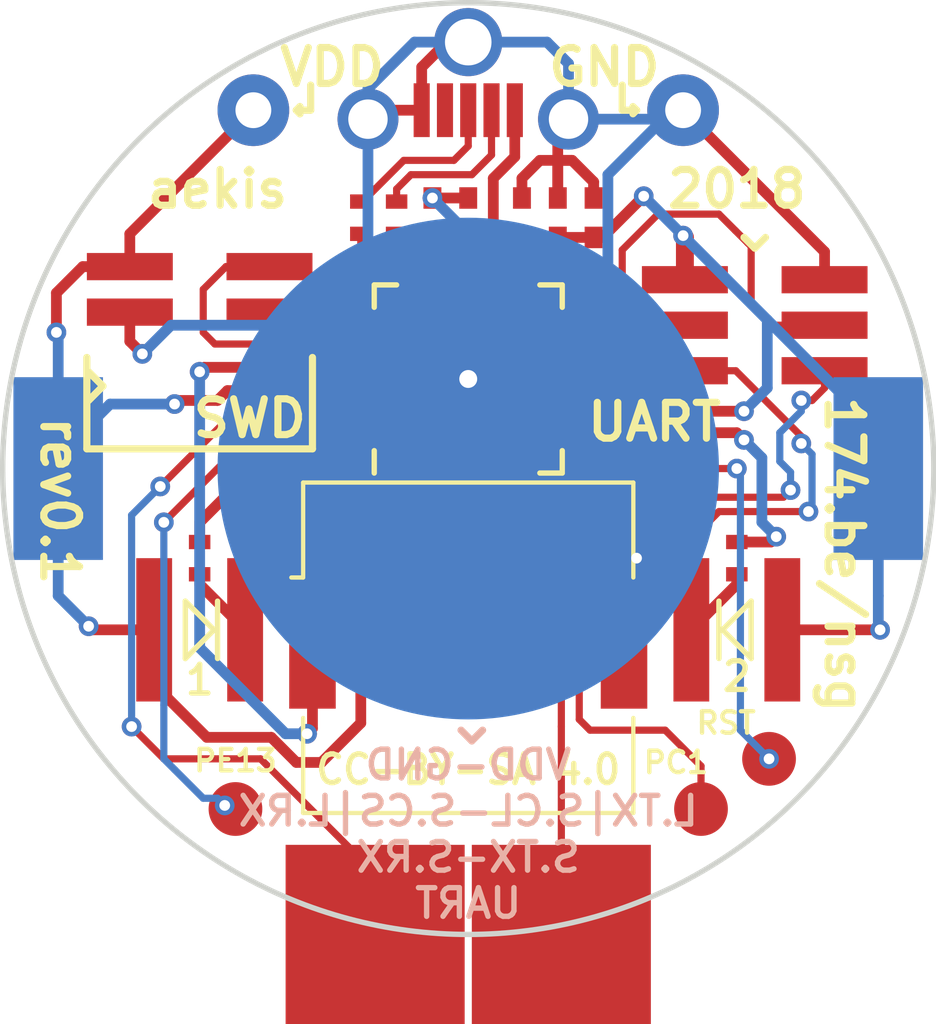
<source format=kicad_pcb>
(kicad_pcb (version 4) (host pcbnew 4.0.7-e2-6376~58~ubuntu14.04.1)

  (general
    (links 54)
    (no_connects 1)
    (area 36.924999 36.924999 63.075001 63.075001)
    (thickness 1.6)
    (drawings 35)
    (tracks 293)
    (zones 0)
    (modules 23)
    (nets 27)
  )

  (page A4)
  (title_block
    (comment 1 "Licence: CC BY-SA 4.0 (https://creativecommons.org/licenses/by-sa/4.0/)")
    (comment 2 "Revision: 0.1")
  )

  (layers
    (0 F.Cu signal)
    (31 B.Cu signal)
    (32 B.Adhes user)
    (33 F.Adhes user)
    (34 B.Paste user)
    (35 F.Paste user)
    (36 B.SilkS user)
    (37 F.SilkS user)
    (38 B.Mask user)
    (39 F.Mask user)
    (40 Dwgs.User user)
    (41 Cmts.User user)
    (42 Eco1.User user)
    (43 Eco2.User user)
    (44 Edge.Cuts user)
    (45 Margin user)
    (46 B.CrtYd user)
    (47 F.CrtYd user)
    (48 B.Fab user)
    (49 F.Fab user hide)
  )

  (setup
    (last_trace_width 0.2)
    (user_trace_width 0.2)
    (user_trace_width 0.3)
    (user_trace_width 0.5)
    (trace_clearance 0.2)
    (zone_clearance 0.508)
    (zone_45_only no)
    (trace_min 0.2)
    (segment_width 0.2)
    (edge_width 0.15)
    (via_size 0.55)
    (via_drill 0.3)
    (via_min_size 0.55)
    (via_min_drill 0.3)
    (user_via 0.55 0.3)
    (user_via 0.8 0.5)
    (uvia_size 0.3)
    (uvia_drill 0.1)
    (uvias_allowed no)
    (uvia_min_size 0.2)
    (uvia_min_drill 0.1)
    (pcb_text_width 0.3)
    (pcb_text_size 1.5 1.5)
    (mod_edge_width 0.15)
    (mod_text_size 1 1)
    (mod_text_width 0.15)
    (pad_size 14 14)
    (pad_drill 0)
    (pad_to_mask_clearance 0.0508)
    (aux_axis_origin 0 0)
    (visible_elements FFFFFF7F)
    (pcbplotparams
      (layerselection 0x00030_80000001)
      (usegerberextensions false)
      (excludeedgelayer true)
      (linewidth 0.100000)
      (plotframeref false)
      (viasonmask false)
      (mode 1)
      (useauxorigin false)
      (hpglpennumber 1)
      (hpglpenspeed 20)
      (hpglpendiameter 15)
      (hpglpenoverlay 2)
      (psnegative false)
      (psa4output false)
      (plotreference true)
      (plotvalue true)
      (plotinvisibletext false)
      (padsonsilk false)
      (subtractmaskfromsilk false)
      (outputformat 1)
      (mirror false)
      (drillshape 1)
      (scaleselection 1)
      (outputdirectory ""))
  )

  (net 0 "")
  (net 1 GND)
  (net 2 VDD)
  (net 3 BUZZER+)
  (net 4 VBUS)
  (net 5 "Net-(C2-Pad2)")
  (net 6 "Net-(C3-Pad1)")
  (net 7 "Net-(D1-Pad1)")
  (net 8 "Net-(D2-Pad1)")
  (net 9 GPIO-PC1)
  (net 10 GPIO-PE13)
  (net 11 LEU0_RX/US0_CS)
  (net 12 US0_RX)
  (net 13 LEU0_TX/US0_CLK)
  (net 14 US0_TX)
  (net 15 DBG_SWDIO)
  (net 16 DBG_SWCLK)
  (net 17 RESETn)
  (net 18 USB_D-)
  (net 19 USB_D+)
  (net 20 LED1)
  (net 21 LED2)
  (net 22 "Net-(R3-Pad2)")
  (net 23 "Net-(R4-Pad2)")
  (net 24 "Net-(SW1-Pad1)")
  (net 25 "Net-(SW1-Pad2)")
  (net 26 "Net-(J8-Pad4)")

  (net_class Default "This is the default net class."
    (clearance 0.2)
    (trace_width 0.2)
    (via_dia 0.55)
    (via_drill 0.3)
    (uvia_dia 0.3)
    (uvia_drill 0.1)
    (add_net BUZZER+)
    (add_net DBG_SWCLK)
    (add_net DBG_SWDIO)
    (add_net GND)
    (add_net GPIO-PC1)
    (add_net GPIO-PE13)
    (add_net LED1)
    (add_net LED2)
    (add_net LEU0_RX/US0_CS)
    (add_net LEU0_TX/US0_CLK)
    (add_net "Net-(C2-Pad2)")
    (add_net "Net-(C3-Pad1)")
    (add_net "Net-(D1-Pad1)")
    (add_net "Net-(D2-Pad1)")
    (add_net "Net-(J8-Pad4)")
    (add_net "Net-(R3-Pad2)")
    (add_net "Net-(R4-Pad2)")
    (add_net "Net-(SW1-Pad1)")
    (add_net "Net-(SW1-Pad2)")
    (add_net RESETn)
    (add_net US0_RX)
    (add_net US0_TX)
    (add_net USB_D+)
    (add_net USB_D-)
    (add_net VBUS)
    (add_net VDD)
  )

  (module coincell_smd:CR2032_holder_smd (layer B.Cu) (tedit 5AC0BFCC) (tstamp 5ABFEC7F)
    (at 50 50)
    (path /5A9C6E83)
    (fp_text reference BT1 (at 0 -9.6) (layer B.Fab)
      (effects (font (size 1 1) (thickness 0.15)) (justify mirror))
    )
    (fp_text value Battery_Cell (at 0 10.3) (layer B.Fab)
      (effects (font (size 1 1) (thickness 0.15)) (justify mirror))
    )
    (pad 2 smd circle (at 0 0) (size 14 14) (layers B.Cu B.Mask)
      (net 1 GND))
    (pad 1 smd rect (at -11.45 0) (size 2.5 5.1) (layers B.Cu B.Paste B.Mask)
      (net 2 VDD))
    (pad 1 smd rect (at 11.45 0) (size 2.5 5.1) (layers B.Cu B.Paste B.Mask)
      (net 2 VDD))
  )

  (module Buzzers_Beepers:Buzzer_Murata_PKMCS0909E4000-R1 (layer F.Cu) (tedit 5AC0BC3D) (tstamp 5ABFEC85)
    (at 50 55)
    (descr "Murata Buzzer http://www.murata.com/en-us/api/pdfdownloadapi?cate=&partno=PKMCS0909E4000-R1")
    (tags "Murata Buzzer Beeper")
    (path /5A9E9D9C)
    (attr smd)
    (fp_text reference BZ1 (at 0 -5.5) (layer F.Fab)
      (effects (font (size 1 1) (thickness 0.15)))
    )
    (fp_text value Buzzer (at 0 5.5) (layer F.Fab)
      (effects (font (size 1 1) (thickness 0.15)))
    )
    (fp_line (start 5.25 1.95) (end 5.25 -1.95) (layer F.CrtYd) (width 0.05))
    (fp_line (start 4.75 1.95) (end 5.25 1.95) (layer F.CrtYd) (width 0.05))
    (fp_text user %R (at 0 0) (layer F.Fab)
      (effects (font (size 1 1) (thickness 0.15)))
    )
    (fp_line (start -4.5 -3.5) (end -3.5 -4.5) (layer F.Fab) (width 0.1))
    (fp_line (start -4.61 -1.96) (end -4.94 -1.96) (layer F.SilkS) (width 0.12))
    (fp_line (start -4.61 4.61) (end -4.61 1.96) (layer F.SilkS) (width 0.12))
    (fp_line (start 4.61 4.61) (end -4.61 4.61) (layer F.SilkS) (width 0.12))
    (fp_line (start 4.61 1.96) (end 4.61 4.61) (layer F.SilkS) (width 0.12))
    (fp_line (start 4.61 -4.61) (end 4.61 -1.96) (layer F.SilkS) (width 0.12))
    (fp_line (start -4.61 -4.61) (end 4.61 -4.61) (layer F.SilkS) (width 0.12))
    (fp_line (start -4.61 -1.96) (end -4.61 -4.61) (layer F.SilkS) (width 0.12))
    (fp_line (start 4.75 4.75) (end -4.75 4.75) (layer F.CrtYd) (width 0.05))
    (fp_line (start -4.75 -4.75) (end 4.75 -4.75) (layer F.CrtYd) (width 0.05))
    (fp_line (start 4.5 4.5) (end -4.5 4.5) (layer F.Fab) (width 0.1))
    (fp_line (start 4.5 -4.5) (end 4.5 4.5) (layer F.Fab) (width 0.1))
    (fp_line (start -3.5 -4.5) (end 4.5 -4.5) (layer F.Fab) (width 0.1))
    (fp_line (start 4.75 4.75) (end 4.75 1.95) (layer F.CrtYd) (width 0.05))
    (fp_line (start -4.5 4.5) (end -4.5 -3.5) (layer F.Fab) (width 0.1))
    (fp_line (start 4.75 -1.95) (end 4.75 -4.75) (layer F.CrtYd) (width 0.05))
    (fp_line (start 4.75 -1.95) (end 5.25 -1.95) (layer F.CrtYd) (width 0.05))
    (fp_line (start -4.75 -1.95) (end -4.75 -4.75) (layer F.CrtYd) (width 0.05))
    (fp_line (start -4.75 -1.95) (end -5.25 -1.95) (layer F.CrtYd) (width 0.05))
    (fp_line (start -5.25 1.95) (end -5.25 -1.95) (layer F.CrtYd) (width 0.05))
    (fp_line (start -4.75 1.95) (end -5.25 1.95) (layer F.CrtYd) (width 0.05))
    (fp_line (start -4.75 4.75) (end -4.75 1.95) (layer F.CrtYd) (width 0.05))
    (pad 1 smd rect (at -4.35 0) (size 1.3 3.4) (layers F.Cu F.Paste F.Mask)
      (net 3 BUZZER+))
    (pad 2 smd rect (at 4.35 0) (size 1.3 3.4) (layers F.Cu F.Paste F.Mask)
      (net 1 GND))
    (model ${KISYS3DMOD}/Buzzers_Beepers.3dshapes/Buzzer_Murata_PKMCS0909E4000-R1.wrl
      (at (xyz 0 0 0))
      (scale (xyz 1 1 1))
      (rotate (xyz 0 0 0))
    )
  )

  (module Capacitors_SMD:C_0402_NoSilk (layer F.Cu) (tedit 5AC0BCD1) (tstamp 5ABFEC8B)
    (at 50 43 270)
    (descr "Capacitor SMD 0402, reflow soldering, AVX (see smccp.pdf)")
    (tags "capacitor 0402")
    (path /5A9DAA65)
    (attr smd)
    (fp_text reference C1 (at 0 -1.27 270) (layer F.Fab)
      (effects (font (size 1 1) (thickness 0.15)))
    )
    (fp_text value 4.7uF (at 0 1.27 270) (layer F.Fab)
      (effects (font (size 1 1) (thickness 0.15)))
    )
    (fp_text user %R (at 0 -1.27 270) (layer F.Fab)
      (effects (font (size 1 1) (thickness 0.15)))
    )
    (fp_line (start -0.5 0.25) (end -0.5 -0.25) (layer F.Fab) (width 0.1))
    (fp_line (start 0.5 0.25) (end -0.5 0.25) (layer F.Fab) (width 0.1))
    (fp_line (start 0.5 -0.25) (end 0.5 0.25) (layer F.Fab) (width 0.1))
    (fp_line (start -0.5 -0.25) (end 0.5 -0.25) (layer F.Fab) (width 0.1))
    (fp_line (start -1 -0.4) (end 1 -0.4) (layer F.CrtYd) (width 0.05))
    (fp_line (start -1 -0.4) (end -1 0.4) (layer F.CrtYd) (width 0.05))
    (fp_line (start 1 0.4) (end 1 -0.4) (layer F.CrtYd) (width 0.05))
    (fp_line (start 1 0.4) (end -1 0.4) (layer F.CrtYd) (width 0.05))
    (pad 1 smd rect (at -0.55 0 270) (size 0.6 0.5) (layers F.Cu F.Paste F.Mask)
      (net 1 GND))
    (pad 2 smd rect (at 0.55 0 270) (size 0.6 0.5) (layers F.Cu F.Paste F.Mask)
      (net 4 VBUS))
    (model Capacitors_SMD.3dshapes/C_0402.wrl
      (at (xyz 0 0 0))
      (scale (xyz 1 1 1))
      (rotate (xyz 0 0 0))
    )
  )

  (module Capacitors_SMD:C_0402_NoSilk (layer F.Cu) (tedit 5AC0BCCD) (tstamp 5ABFEC91)
    (at 49 43 270)
    (descr "Capacitor SMD 0402, reflow soldering, AVX (see smccp.pdf)")
    (tags "capacitor 0402")
    (path /5A9DA689)
    (attr smd)
    (fp_text reference C2 (at 0 -1.27 270) (layer F.Fab)
      (effects (font (size 1 1) (thickness 0.15)))
    )
    (fp_text value 1uF (at 0 1.27 270) (layer F.Fab)
      (effects (font (size 1 1) (thickness 0.15)))
    )
    (fp_text user %R (at 0 -1.27 270) (layer F.Fab)
      (effects (font (size 1 1) (thickness 0.15)))
    )
    (fp_line (start -0.5 0.25) (end -0.5 -0.25) (layer F.Fab) (width 0.1))
    (fp_line (start 0.5 0.25) (end -0.5 0.25) (layer F.Fab) (width 0.1))
    (fp_line (start 0.5 -0.25) (end 0.5 0.25) (layer F.Fab) (width 0.1))
    (fp_line (start -0.5 -0.25) (end 0.5 -0.25) (layer F.Fab) (width 0.1))
    (fp_line (start -1 -0.4) (end 1 -0.4) (layer F.CrtYd) (width 0.05))
    (fp_line (start -1 -0.4) (end -1 0.4) (layer F.CrtYd) (width 0.05))
    (fp_line (start 1 0.4) (end 1 -0.4) (layer F.CrtYd) (width 0.05))
    (fp_line (start 1 0.4) (end -1 0.4) (layer F.CrtYd) (width 0.05))
    (pad 1 smd rect (at -0.55 0 270) (size 0.6 0.5) (layers F.Cu F.Paste F.Mask)
      (net 1 GND))
    (pad 2 smd rect (at 0.55 0 270) (size 0.6 0.5) (layers F.Cu F.Paste F.Mask)
      (net 5 "Net-(C2-Pad2)"))
    (model Capacitors_SMD.3dshapes/C_0402.wrl
      (at (xyz 0 0 0))
      (scale (xyz 1 1 1))
      (rotate (xyz 0 0 0))
    )
  )

  (module Capacitors_SMD:C_0402_NoSilk (layer F.Cu) (tedit 5AC0BCBF) (tstamp 5ABFEC97)
    (at 51.5 43 90)
    (descr "Capacitor SMD 0402, reflow soldering, AVX (see smccp.pdf)")
    (tags "capacitor 0402")
    (path /5A9D93D0)
    (attr smd)
    (fp_text reference C3 (at 0 -1.27 90) (layer F.Fab)
      (effects (font (size 1 1) (thickness 0.15)))
    )
    (fp_text value 1uF (at 0 1.27 90) (layer F.Fab)
      (effects (font (size 1 1) (thickness 0.15)))
    )
    (fp_text user %R (at 0 -1.27 90) (layer F.Fab)
      (effects (font (size 1 1) (thickness 0.15)))
    )
    (fp_line (start -0.5 0.25) (end -0.5 -0.25) (layer F.Fab) (width 0.1))
    (fp_line (start 0.5 0.25) (end -0.5 0.25) (layer F.Fab) (width 0.1))
    (fp_line (start 0.5 -0.25) (end 0.5 0.25) (layer F.Fab) (width 0.1))
    (fp_line (start -0.5 -0.25) (end 0.5 -0.25) (layer F.Fab) (width 0.1))
    (fp_line (start -1 -0.4) (end 1 -0.4) (layer F.CrtYd) (width 0.05))
    (fp_line (start -1 -0.4) (end -1 0.4) (layer F.CrtYd) (width 0.05))
    (fp_line (start 1 0.4) (end 1 -0.4) (layer F.CrtYd) (width 0.05))
    (fp_line (start 1 0.4) (end -1 0.4) (layer F.CrtYd) (width 0.05))
    (pad 1 smd rect (at -0.55 0 90) (size 0.6 0.5) (layers F.Cu F.Paste F.Mask)
      (net 6 "Net-(C3-Pad1)"))
    (pad 2 smd rect (at 0.55 0 90) (size 0.6 0.5) (layers F.Cu F.Paste F.Mask)
      (net 1 GND))
    (model Capacitors_SMD.3dshapes/C_0402.wrl
      (at (xyz 0 0 0))
      (scale (xyz 1 1 1))
      (rotate (xyz 0 0 0))
    )
  )

  (module Capacitors_SMD:C_0402_NoSilk (layer F.Cu) (tedit 5AC0BCC3) (tstamp 5ABFEC9D)
    (at 52.5 43 90)
    (descr "Capacitor SMD 0402, reflow soldering, AVX (see smccp.pdf)")
    (tags "capacitor 0402")
    (path /5A9D968F)
    (attr smd)
    (fp_text reference C4 (at 0 -1.27 90) (layer F.Fab)
      (effects (font (size 1 1) (thickness 0.15)))
    )
    (fp_text value 10uF (at 0 1.27 90) (layer F.Fab)
      (effects (font (size 1 1) (thickness 0.15)))
    )
    (fp_text user %R (at 0 -1.27 90) (layer F.Fab)
      (effects (font (size 1 1) (thickness 0.15)))
    )
    (fp_line (start -0.5 0.25) (end -0.5 -0.25) (layer F.Fab) (width 0.1))
    (fp_line (start 0.5 0.25) (end -0.5 0.25) (layer F.Fab) (width 0.1))
    (fp_line (start 0.5 -0.25) (end 0.5 0.25) (layer F.Fab) (width 0.1))
    (fp_line (start -0.5 -0.25) (end 0.5 -0.25) (layer F.Fab) (width 0.1))
    (fp_line (start -1 -0.4) (end 1 -0.4) (layer F.CrtYd) (width 0.05))
    (fp_line (start -1 -0.4) (end -1 0.4) (layer F.CrtYd) (width 0.05))
    (fp_line (start 1 0.4) (end 1 -0.4) (layer F.CrtYd) (width 0.05))
    (fp_line (start 1 0.4) (end -1 0.4) (layer F.CrtYd) (width 0.05))
    (pad 1 smd rect (at -0.55 0 90) (size 0.6 0.5) (layers F.Cu F.Paste F.Mask)
      (net 2 VDD))
    (pad 2 smd rect (at 0.55 0 90) (size 0.6 0.5) (layers F.Cu F.Paste F.Mask)
      (net 1 GND))
    (model Capacitors_SMD.3dshapes/C_0402.wrl
      (at (xyz 0 0 0))
      (scale (xyz 1 1 1))
      (rotate (xyz 0 0 0))
    )
  )

  (module Capacitors_SMD:C_0402_NoSilk (layer F.Cu) (tedit 5AC0BCC7) (tstamp 5ABFECA3)
    (at 53.5 43 90)
    (descr "Capacitor SMD 0402, reflow soldering, AVX (see smccp.pdf)")
    (tags "capacitor 0402")
    (path /5A9D96C2)
    (attr smd)
    (fp_text reference C5 (at 0 -1.27 90) (layer F.Fab)
      (effects (font (size 1 1) (thickness 0.15)))
    )
    (fp_text value 100nF (at 0 1.27 90) (layer F.Fab)
      (effects (font (size 1 1) (thickness 0.15)))
    )
    (fp_text user %R (at 0 -1.27 90) (layer F.Fab)
      (effects (font (size 1 1) (thickness 0.15)))
    )
    (fp_line (start -0.5 0.25) (end -0.5 -0.25) (layer F.Fab) (width 0.1))
    (fp_line (start 0.5 0.25) (end -0.5 0.25) (layer F.Fab) (width 0.1))
    (fp_line (start 0.5 -0.25) (end 0.5 0.25) (layer F.Fab) (width 0.1))
    (fp_line (start -0.5 -0.25) (end 0.5 -0.25) (layer F.Fab) (width 0.1))
    (fp_line (start -1 -0.4) (end 1 -0.4) (layer F.CrtYd) (width 0.05))
    (fp_line (start -1 -0.4) (end -1 0.4) (layer F.CrtYd) (width 0.05))
    (fp_line (start 1 0.4) (end 1 -0.4) (layer F.CrtYd) (width 0.05))
    (fp_line (start 1 0.4) (end -1 0.4) (layer F.CrtYd) (width 0.05))
    (pad 1 smd rect (at -0.55 0 90) (size 0.6 0.5) (layers F.Cu F.Paste F.Mask)
      (net 2 VDD))
    (pad 2 smd rect (at 0.55 0 90) (size 0.6 0.5) (layers F.Cu F.Paste F.Mask)
      (net 1 GND))
    (model Capacitors_SMD.3dshapes/C_0402.wrl
      (at (xyz 0 0 0))
      (scale (xyz 1 1 1))
      (rotate (xyz 0 0 0))
    )
  )

  (module pcb_pads:led_5mm_horizontal_pads (layer F.Cu) (tedit 5AC0BC15) (tstamp 5ABFECA9)
    (at 42.5 54.5 180)
    (path /5A9C6B56)
    (fp_text reference D1 (at 0 4 180) (layer F.Fab)
      (effects (font (size 1 1) (thickness 0.15)))
    )
    (fp_text value LED (at 0 -2.8 180) (layer F.Fab)
      (effects (font (size 1 1) (thickness 0.15)))
    )
    (fp_line (start -0.5 -0.8) (end -0.5 0.8) (layer F.SilkS) (width 0.15))
    (fp_line (start -0.4 0) (end 0.4 0.8) (layer F.SilkS) (width 0.15))
    (fp_line (start 0.4 0.8) (end 0.4 -0.8) (layer F.SilkS) (width 0.15))
    (fp_line (start -0.4 0) (end 0.4 -0.8) (layer F.SilkS) (width 0.15))
    (pad 1 smd rect (at -1.27 0 180) (size 1 4) (layers F.Cu F.Paste F.Mask)
      (net 7 "Net-(D1-Pad1)"))
    (pad 2 smd rect (at 1.27 0 180) (size 1 4) (layers F.Cu F.Paste F.Mask)
      (net 2 VDD))
  )

  (module pcb_pads:led_5mm_horizontal_pads (layer F.Cu) (tedit 5AC0BC2E) (tstamp 5ABFECAF)
    (at 57.5 54.5)
    (path /5A9C6B76)
    (fp_text reference D2 (at 0 4) (layer F.Fab)
      (effects (font (size 1 1) (thickness 0.15)))
    )
    (fp_text value LED (at 0 -2.8) (layer F.Fab)
      (effects (font (size 1 1) (thickness 0.15)))
    )
    (fp_line (start -0.5 -0.8) (end -0.5 0.8) (layer F.SilkS) (width 0.15))
    (fp_line (start -0.4 0) (end 0.4 0.8) (layer F.SilkS) (width 0.15))
    (fp_line (start 0.4 0.8) (end 0.4 -0.8) (layer F.SilkS) (width 0.15))
    (fp_line (start -0.4 0) (end 0.4 -0.8) (layer F.SilkS) (width 0.15))
    (pad 1 smd rect (at -1.27 0) (size 1 4) (layers F.Cu F.Paste F.Mask)
      (net 8 "Net-(D2-Pad1)"))
    (pad 2 smd rect (at 1.27 0) (size 1 4) (layers F.Cu F.Paste F.Mask)
      (net 2 VDD))
  )

  (module pcb_pads:pcb_pad_single_1,5mm (layer F.Cu) (tedit 5AC0BC24) (tstamp 5ABFECB4)
    (at 56.5 59.5)
    (path /5ABFA079)
    (fp_text reference J1 (at 0 1.6) (layer F.Fab)
      (effects (font (size 1 1) (thickness 0.15)))
    )
    (fp_text value GPIO_PC1_PAD (at 0 -1.4) (layer F.Fab)
      (effects (font (size 1 1) (thickness 0.15)))
    )
    (pad 1 smd circle (at 0 0) (size 1.5 1.5) (layers F.Cu F.Paste F.Mask)
      (net 9 GPIO-PC1))
  )

  (module pcb_pads:pcb_pad_single_1,5mm (layer F.Cu) (tedit 5AC0BC1B) (tstamp 5ABFECB9)
    (at 43.5 59.5)
    (path /5ABFA212)
    (fp_text reference J2 (at 0 1.6) (layer F.Fab)
      (effects (font (size 1 1) (thickness 0.15)))
    )
    (fp_text value GPIO_PE13_PAD (at 0 -1.4) (layer F.Fab)
      (effects (font (size 1 1) (thickness 0.15)))
    )
    (pad 1 smd circle (at 0 0) (size 1.5 1.5) (layers F.Cu F.Paste F.Mask)
      (net 10 GPIO-PE13))
  )

  (module pcb_pads:pcb_pad_single_1,5mm (layer F.Cu) (tedit 5AC0BC20) (tstamp 5ABFECBE)
    (at 58.4 58.1)
    (path /5AC02D18)
    (fp_text reference J3 (at 0 1.6) (layer F.Fab)
      (effects (font (size 1 1) (thickness 0.15)))
    )
    (fp_text value RESETn_PAD (at 0 -1.4) (layer F.Fab)
      (effects (font (size 1 1) (thickness 0.15)))
    )
    (pad 1 smd circle (at 0 0) (size 1.5 1.5) (layers F.Cu F.Paste F.Mask)
      (net 17 RESETn))
  )

  (module headers_smd:header_smd_0.05pitch_2row_6pin (layer F.Cu) (tedit 5AC0BC37) (tstamp 5ABFECCE)
    (at 58 46 270)
    (path /5ABFCDC0)
    (fp_text reference J6 (at 0 4.2 270) (layer F.Fab)
      (effects (font (size 1 1) (thickness 0.15)))
    )
    (fp_text value LEU0/US0_HEADER (at 0 -4.35 270) (layer F.Fab)
      (effects (font (size 1 1) (thickness 0.15)))
    )
    (fp_line (start -1.905 -3.15) (end -1.905 3.15) (layer F.CrtYd) (width 0.15))
    (fp_line (start 1.905 -3.15) (end 1.905 3.15) (layer F.CrtYd) (width 0.15))
    (pad 2 smd rect (at -1.27 -1.95 270) (size 0.76 2.4) (layers F.Cu F.Paste F.Mask)
      (net 1 GND))
    (pad 4 smd rect (at 0 -1.95 270) (size 0.76 2.4) (layers F.Cu F.Paste F.Mask)
      (net 11 LEU0_RX/US0_CS))
    (pad 6 smd rect (at 1.27 -1.95 270) (size 0.76 2.4) (layers F.Cu F.Paste F.Mask)
      (net 12 US0_RX))
    (pad 1 smd rect (at -1.27 1.95 270) (size 0.76 2.4) (layers F.Cu F.Paste F.Mask)
      (net 2 VDD))
    (pad 3 smd rect (at 0 1.95 270) (size 0.76 2.4) (layers F.Cu F.Paste F.Mask)
      (net 13 LEU0_TX/US0_CLK))
    (pad 5 smd rect (at 1.27 1.95 270) (size 0.76 2.4) (layers F.Cu F.Paste F.Mask)
      (net 14 US0_TX))
  )

  (module headers_smd:header_smd_0.05pitch_2row_4pin (layer F.Cu) (tedit 5AC0BC0C) (tstamp 5ABFECD6)
    (at 42.5 45 270)
    (path /5AC02ACF)
    (fp_text reference J7 (at 0 4.2 270) (layer F.Fab)
      (effects (font (size 1 1) (thickness 0.15)))
    )
    (fp_text value DEBUG_HEADER (at 0 -4.35 270) (layer F.Fab)
      (effects (font (size 1 1) (thickness 0.15)))
    )
    (fp_line (start -1.905 -3.15) (end -1.905 3.15) (layer F.CrtYd) (width 0.15))
    (fp_line (start 1.905 -3.15) (end 1.905 3.15) (layer F.CrtYd) (width 0.15))
    (pad 2 smd rect (at -0.635 -1.95 270) (size 0.76 2.4) (layers F.Cu F.Paste F.Mask)
      (net 15 DBG_SWDIO))
    (pad 4 smd rect (at 0.635 -1.95 270) (size 0.76 2.4) (layers F.Cu F.Paste F.Mask)
      (net 16 DBG_SWCLK))
    (pad 1 smd rect (at -0.635 1.95 270) (size 0.76 2.4) (layers F.Cu F.Paste F.Mask)
      (net 2 VDD))
    (pad 3 smd rect (at 0.635 1.95 270) (size 0.76 2.4) (layers F.Cu F.Paste F.Mask)
      (net 1 GND))
  )

  (module usb_smd:usb_microb_smd_vertical (layer F.Cu) (tedit 5AC0BC04) (tstamp 5ABFECE2)
    (at 50 40 180)
    (path /5ABFB07D)
    (fp_text reference J8 (at 0 3.7 180) (layer F.Fab)
      (effects (font (size 1 1) (thickness 0.15)))
    )
    (fp_text value USB_MICRO_B (at 0 -1.95 180) (layer F.Fab)
      (effects (font (size 1 1) (thickness 0.15)))
    )
    (fp_text user "MOLEX 1051330011" (at 0 -3.4 180) (layer F.Fab)
      (effects (font (size 1 1) (thickness 0.15)))
    )
    (pad 6 thru_hole circle (at 2.8 -0.25 180) (size 1.7 1.7) (drill 1.1) (layers *.Cu *.Mask)
      (net 1 GND))
    (pad 1 smd rect (at -1.3 0 180) (size 0.45 1.5) (layers F.Cu F.Paste F.Mask)
      (net 4 VBUS))
    (pad 2 smd rect (at -0.65 0 180) (size 0.45 1.5) (layers F.Cu F.Paste F.Mask)
      (net 18 USB_D-))
    (pad 3 smd rect (at 0 0 180) (size 0.45 1.5) (layers F.Cu F.Paste F.Mask)
      (net 19 USB_D+))
    (pad 4 smd rect (at 0.65 0 180) (size 0.45 1.5) (layers F.Cu F.Paste F.Mask)
      (net 26 "Net-(J8-Pad4)"))
    (pad 5 smd rect (at 1.3 0 180) (size 0.45 1.5) (layers F.Cu F.Paste F.Mask)
      (net 1 GND))
    (pad 6 thru_hole circle (at -2.8 -0.25 180) (size 1.7 1.7) (drill 1.1) (layers *.Cu *.Mask)
      (net 1 GND))
    (pad 6 thru_hole circle (at 0 1.9 180) (size 1.9 1.9) (drill 1.3) (layers *.Cu *.Mask)
      (net 1 GND))
  )

  (module Resistors_SMD:R_0402_NoSilk (layer F.Cu) (tedit 5AC0BC75) (tstamp 5ABFECE8)
    (at 42.5 52.5 90)
    (descr "Resistor SMD 0402, reflow soldering, Vishay (see dcrcw.pdf)")
    (tags "resistor 0402")
    (path /5A9C6BA0)
    (attr smd)
    (fp_text reference R1 (at 0 -1.2 90) (layer F.Fab)
      (effects (font (size 1 1) (thickness 0.15)))
    )
    (fp_text value R (at 0 1.25 90) (layer F.Fab)
      (effects (font (size 1 1) (thickness 0.15)))
    )
    (fp_text user %R (at 0 -1.2 90) (layer F.Fab)
      (effects (font (size 1 1) (thickness 0.15)))
    )
    (fp_line (start -0.5 0.25) (end -0.5 -0.25) (layer F.Fab) (width 0.1))
    (fp_line (start 0.5 0.25) (end -0.5 0.25) (layer F.Fab) (width 0.1))
    (fp_line (start 0.5 -0.25) (end 0.5 0.25) (layer F.Fab) (width 0.1))
    (fp_line (start -0.5 -0.25) (end 0.5 -0.25) (layer F.Fab) (width 0.1))
    (fp_line (start -0.8 -0.45) (end 0.8 -0.45) (layer F.CrtYd) (width 0.05))
    (fp_line (start -0.8 -0.45) (end -0.8 0.45) (layer F.CrtYd) (width 0.05))
    (fp_line (start 0.8 0.45) (end 0.8 -0.45) (layer F.CrtYd) (width 0.05))
    (fp_line (start 0.8 0.45) (end -0.8 0.45) (layer F.CrtYd) (width 0.05))
    (pad 1 smd rect (at -0.45 0 90) (size 0.4 0.6) (layers F.Cu F.Paste F.Mask)
      (net 7 "Net-(D1-Pad1)"))
    (pad 2 smd rect (at 0.45 0 90) (size 0.4 0.6) (layers F.Cu F.Paste F.Mask)
      (net 20 LED1))
    (model ${KISYS3DMOD}/Resistors_SMD.3dshapes/R_0402.wrl
      (at (xyz 0 0 0))
      (scale (xyz 1 1 1))
      (rotate (xyz 0 0 0))
    )
  )

  (module Resistors_SMD:R_0402_NoSilk (layer F.Cu) (tedit 5AC0BC6A) (tstamp 5ABFECEE)
    (at 57.5 52.5 90)
    (descr "Resistor SMD 0402, reflow soldering, Vishay (see dcrcw.pdf)")
    (tags "resistor 0402")
    (path /5A9C6C14)
    (attr smd)
    (fp_text reference R2 (at 0 -1.2 90) (layer F.Fab)
      (effects (font (size 1 1) (thickness 0.15)))
    )
    (fp_text value R (at 0 1.25 90) (layer F.Fab)
      (effects (font (size 1 1) (thickness 0.15)))
    )
    (fp_text user %R (at 0 -1.2 90) (layer F.Fab)
      (effects (font (size 1 1) (thickness 0.15)))
    )
    (fp_line (start -0.5 0.25) (end -0.5 -0.25) (layer F.Fab) (width 0.1))
    (fp_line (start 0.5 0.25) (end -0.5 0.25) (layer F.Fab) (width 0.1))
    (fp_line (start 0.5 -0.25) (end 0.5 0.25) (layer F.Fab) (width 0.1))
    (fp_line (start -0.5 -0.25) (end 0.5 -0.25) (layer F.Fab) (width 0.1))
    (fp_line (start -0.8 -0.45) (end 0.8 -0.45) (layer F.CrtYd) (width 0.05))
    (fp_line (start -0.8 -0.45) (end -0.8 0.45) (layer F.CrtYd) (width 0.05))
    (fp_line (start 0.8 0.45) (end 0.8 -0.45) (layer F.CrtYd) (width 0.05))
    (fp_line (start 0.8 0.45) (end -0.8 0.45) (layer F.CrtYd) (width 0.05))
    (pad 1 smd rect (at -0.45 0 90) (size 0.4 0.6) (layers F.Cu F.Paste F.Mask)
      (net 8 "Net-(D2-Pad1)"))
    (pad 2 smd rect (at 0.45 0 90) (size 0.4 0.6) (layers F.Cu F.Paste F.Mask)
      (net 21 LED2))
    (model ${KISYS3DMOD}/Resistors_SMD.3dshapes/R_0402.wrl
      (at (xyz 0 0 0))
      (scale (xyz 1 1 1))
      (rotate (xyz 0 0 0))
    )
  )

  (module Resistors_SMD:R_0402_NoSilk (layer F.Cu) (tedit 5AC0BCB8) (tstamp 5ABFECF4)
    (at 48 43 270)
    (descr "Resistor SMD 0402, reflow soldering, Vishay (see dcrcw.pdf)")
    (tags "resistor 0402")
    (path /5A9DA167)
    (attr smd)
    (fp_text reference R3 (at 0 -1.2 270) (layer F.Fab)
      (effects (font (size 1 1) (thickness 0.15)))
    )
    (fp_text value "15 Ohm" (at 0 1.25 270) (layer F.Fab)
      (effects (font (size 1 1) (thickness 0.15)))
    )
    (fp_text user %R (at 0 -1.2 270) (layer F.Fab)
      (effects (font (size 1 1) (thickness 0.15)))
    )
    (fp_line (start -0.5 0.25) (end -0.5 -0.25) (layer F.Fab) (width 0.1))
    (fp_line (start 0.5 0.25) (end -0.5 0.25) (layer F.Fab) (width 0.1))
    (fp_line (start 0.5 -0.25) (end 0.5 0.25) (layer F.Fab) (width 0.1))
    (fp_line (start -0.5 -0.25) (end 0.5 -0.25) (layer F.Fab) (width 0.1))
    (fp_line (start -0.8 -0.45) (end 0.8 -0.45) (layer F.CrtYd) (width 0.05))
    (fp_line (start -0.8 -0.45) (end -0.8 0.45) (layer F.CrtYd) (width 0.05))
    (fp_line (start 0.8 0.45) (end 0.8 -0.45) (layer F.CrtYd) (width 0.05))
    (fp_line (start 0.8 0.45) (end -0.8 0.45) (layer F.CrtYd) (width 0.05))
    (pad 1 smd rect (at -0.45 0 270) (size 0.4 0.6) (layers F.Cu F.Paste F.Mask)
      (net 18 USB_D-))
    (pad 2 smd rect (at 0.45 0 270) (size 0.4 0.6) (layers F.Cu F.Paste F.Mask)
      (net 22 "Net-(R3-Pad2)"))
    (model ${KISYS3DMOD}/Resistors_SMD.3dshapes/R_0402.wrl
      (at (xyz 0 0 0))
      (scale (xyz 1 1 1))
      (rotate (xyz 0 0 0))
    )
  )

  (module Resistors_SMD:R_0402_NoSilk (layer F.Cu) (tedit 5AC0BCB3) (tstamp 5ABFECFA)
    (at 47 43 270)
    (descr "Resistor SMD 0402, reflow soldering, Vishay (see dcrcw.pdf)")
    (tags "resistor 0402")
    (path /5A9DA296)
    (attr smd)
    (fp_text reference R4 (at 0 -1.2 270) (layer F.Fab)
      (effects (font (size 1 1) (thickness 0.15)))
    )
    (fp_text value "15 Ohm" (at 0 1.25 270) (layer F.Fab)
      (effects (font (size 1 1) (thickness 0.15)))
    )
    (fp_text user %R (at 0 -1.2 270) (layer F.Fab)
      (effects (font (size 1 1) (thickness 0.15)))
    )
    (fp_line (start -0.5 0.25) (end -0.5 -0.25) (layer F.Fab) (width 0.1))
    (fp_line (start 0.5 0.25) (end -0.5 0.25) (layer F.Fab) (width 0.1))
    (fp_line (start 0.5 -0.25) (end 0.5 0.25) (layer F.Fab) (width 0.1))
    (fp_line (start -0.5 -0.25) (end 0.5 -0.25) (layer F.Fab) (width 0.1))
    (fp_line (start -0.8 -0.45) (end 0.8 -0.45) (layer F.CrtYd) (width 0.05))
    (fp_line (start -0.8 -0.45) (end -0.8 0.45) (layer F.CrtYd) (width 0.05))
    (fp_line (start 0.8 0.45) (end 0.8 -0.45) (layer F.CrtYd) (width 0.05))
    (fp_line (start 0.8 0.45) (end -0.8 0.45) (layer F.CrtYd) (width 0.05))
    (pad 1 smd rect (at -0.45 0 270) (size 0.4 0.6) (layers F.Cu F.Paste F.Mask)
      (net 19 USB_D+))
    (pad 2 smd rect (at 0.45 0 270) (size 0.4 0.6) (layers F.Cu F.Paste F.Mask)
      (net 23 "Net-(R4-Pad2)"))
    (model ${KISYS3DMOD}/Resistors_SMD.3dshapes/R_0402.wrl
      (at (xyz 0 0 0))
      (scale (xyz 1 1 1))
      (rotate (xyz 0 0 0))
    )
  )

  (module pcb_pads:cap_touch_pads (layer F.Cu) (tedit 5AC0BFC1) (tstamp 5ABFED00)
    (at 50 63)
    (path /5ABBBB72)
    (fp_text reference SW1 (at 0 3.6) (layer F.Fab)
      (effects (font (size 1 1) (thickness 0.15)))
    )
    (fp_text value CAP_TOUCH_BTN (at 0 -3.7) (layer F.Fab)
      (effects (font (size 1 1) (thickness 0.15)))
    )
    (pad 1 smd rect (at -2.6 0) (size 5 5) (layers F.Cu F.Mask)
      (net 24 "Net-(SW1-Pad1)"))
    (pad 2 smd rect (at 2.6 0) (size 5 5) (layers F.Cu F.Mask)
      (net 25 "Net-(SW1-Pad2)"))
  )

  (module Housings_DFN_QFN:QFN-24-1EP_5x5mm_Pitch0.65mm (layer F.Cu) (tedit 5AC0BC4C) (tstamp 5ABFED20)
    (at 50 47.5 90)
    (descr "UH Package; 24-Lead Plastic QFN (5mm x 5mm); (see Linear Technology (UH24) QFN 05-08-1747 Rev A.pdf)")
    (tags "QFN 0.65")
    (path /5A9D9159)
    (attr smd)
    (fp_text reference U1 (at 0 -3.7 90) (layer F.Fab)
      (effects (font (size 1 1) (thickness 0.15)))
    )
    (fp_text value EFM32HG309 (at 0 3.7 90) (layer F.Fab)
      (effects (font (size 1 1) (thickness 0.15)))
    )
    (fp_line (start -1.5 -2.5) (end 2.5 -2.5) (layer F.Fab) (width 0.15))
    (fp_line (start 2.5 -2.5) (end 2.5 2.5) (layer F.Fab) (width 0.15))
    (fp_line (start 2.5 2.5) (end -2.5 2.5) (layer F.Fab) (width 0.15))
    (fp_line (start -2.5 2.5) (end -2.5 -1.5) (layer F.Fab) (width 0.15))
    (fp_line (start -2.5 -1.5) (end -1.5 -2.5) (layer F.Fab) (width 0.15))
    (fp_line (start -2.95 -2.95) (end -2.95 2.95) (layer F.CrtYd) (width 0.05))
    (fp_line (start 2.95 -2.95) (end 2.95 2.95) (layer F.CrtYd) (width 0.05))
    (fp_line (start -2.95 -2.95) (end 2.95 -2.95) (layer F.CrtYd) (width 0.05))
    (fp_line (start -2.95 2.95) (end 2.95 2.95) (layer F.CrtYd) (width 0.05))
    (fp_line (start 2.625 -2.625) (end 2.625 -2) (layer F.SilkS) (width 0.15))
    (fp_line (start -2.625 2.625) (end -2.625 2) (layer F.SilkS) (width 0.15))
    (fp_line (start 2.625 2.625) (end 2.625 2) (layer F.SilkS) (width 0.15))
    (fp_line (start -2.625 -2.625) (end -2 -2.625) (layer F.SilkS) (width 0.15))
    (fp_line (start -2.625 2.625) (end -2 2.625) (layer F.SilkS) (width 0.15))
    (fp_line (start 2.625 2.625) (end 2 2.625) (layer F.SilkS) (width 0.15))
    (fp_line (start 2.625 -2.625) (end 2 -2.625) (layer F.SilkS) (width 0.15))
    (pad 1 smd rect (at -2.325 -1.625 90) (size 0.75 0.3) (layers F.Cu F.Paste F.Mask)
      (net 20 LED1))
    (pad 2 smd rect (at -2.325 -0.975 90) (size 0.75 0.3) (layers F.Cu F.Paste F.Mask)
      (net 2 VDD))
    (pad 3 smd rect (at -2.325 -0.325 90) (size 0.75 0.3) (layers F.Cu F.Paste F.Mask)
      (net 25 "Net-(SW1-Pad2)"))
    (pad 4 smd rect (at -2.325 0.325 90) (size 0.75 0.3) (layers F.Cu F.Paste F.Mask)
      (net 9 GPIO-PC1))
    (pad 5 smd rect (at -2.325 0.975 90) (size 0.75 0.3) (layers F.Cu F.Paste F.Mask)
      (net 14 US0_TX))
    (pad 6 smd rect (at -2.325 1.625 90) (size 0.75 0.3) (layers F.Cu F.Paste F.Mask)
      (net 12 US0_RX))
    (pad 7 smd rect (at -1.625 2.325 180) (size 0.75 0.3) (layers F.Cu F.Paste F.Mask)
      (net 17 RESETn))
    (pad 8 smd rect (at -0.975 2.325 180) (size 0.75 0.3) (layers F.Cu F.Paste F.Mask)
      (net 21 LED2))
    (pad 9 smd rect (at -0.325 2.325 180) (size 0.75 0.3) (layers F.Cu F.Paste F.Mask)
      (net 2 VDD))
    (pad 10 smd rect (at 0.325 2.325 180) (size 0.75 0.3) (layers F.Cu F.Paste F.Mask)
      (net 13 LEU0_TX/US0_CLK))
    (pad 11 smd rect (at 0.975 2.325 180) (size 0.75 0.3) (layers F.Cu F.Paste F.Mask)
      (net 11 LEU0_RX/US0_CS))
    (pad 12 smd rect (at 1.625 2.325 180) (size 0.75 0.3) (layers F.Cu F.Paste F.Mask)
      (net 2 VDD))
    (pad 13 smd rect (at 2.325 1.625 90) (size 0.75 0.3) (layers F.Cu F.Paste F.Mask)
      (net 2 VDD))
    (pad 14 smd rect (at 2.325 0.975 90) (size 0.75 0.3) (layers F.Cu F.Paste F.Mask)
      (net 6 "Net-(C3-Pad1)"))
    (pad 15 smd rect (at 2.325 0.325 90) (size 0.75 0.3) (layers F.Cu F.Paste F.Mask)
      (net 4 VBUS))
    (pad 16 smd rect (at 2.325 -0.325 90) (size 0.75 0.3) (layers F.Cu F.Paste F.Mask)
      (net 5 "Net-(C2-Pad2)"))
    (pad 17 smd rect (at 2.325 -0.975 90) (size 0.75 0.3) (layers F.Cu F.Paste F.Mask)
      (net 22 "Net-(R3-Pad2)"))
    (pad 18 smd rect (at 2.325 -1.625 90) (size 0.75 0.3) (layers F.Cu F.Paste F.Mask)
      (net 23 "Net-(R4-Pad2)"))
    (pad 19 smd rect (at 1.625 -2.325 180) (size 0.75 0.3) (layers F.Cu F.Paste F.Mask)
      (net 16 DBG_SWCLK))
    (pad 20 smd rect (at 0.975 -2.325 180) (size 0.75 0.3) (layers F.Cu F.Paste F.Mask)
      (net 15 DBG_SWDIO))
    (pad 21 smd rect (at 0.325 -2.325 180) (size 0.75 0.3) (layers F.Cu F.Paste F.Mask)
      (net 3 BUZZER+))
    (pad 22 smd rect (at -0.325 -2.325 180) (size 0.75 0.3) (layers F.Cu F.Paste F.Mask)
      (net 2 VDD))
    (pad 23 smd rect (at -0.975 -2.325 180) (size 0.75 0.3) (layers F.Cu F.Paste F.Mask)
      (net 24 "Net-(SW1-Pad1)"))
    (pad 24 smd rect (at -1.625 -2.325 180) (size 0.75 0.3) (layers F.Cu F.Paste F.Mask)
      (net 10 GPIO-PE13))
    (pad 25 smd rect (at 0.8 0.8 90) (size 1.6 1.6) (layers F.Cu F.Paste F.Mask)
      (net 1 GND) (solder_paste_margin_ratio -0.2))
    (pad 25 smd rect (at 0.8 -0.8 90) (size 1.6 1.6) (layers F.Cu F.Paste F.Mask)
      (net 1 GND) (solder_paste_margin_ratio -0.2))
    (pad 25 smd rect (at -0.8 0.8 90) (size 1.6 1.6) (layers F.Cu F.Paste F.Mask)
      (net 1 GND) (solder_paste_margin_ratio -0.2))
    (pad 25 smd rect (at -0.8 -0.8 90) (size 1.6 1.6) (layers F.Cu F.Paste F.Mask)
      (net 1 GND) (solder_paste_margin_ratio -0.2))
    (model ${KISYS3DMOD}/Housings_DFN_QFN.3dshapes/QFN-24-1EP_5x5mm_Pitch0.65mm.wrl
      (at (xyz 0 0 0))
      (scale (xyz 1 1 1))
      (rotate (xyz 0 0 0))
    )
  )

  (module headers-tht:Pin_d1.0mm_L10.0mm_noSilk (layer F.Cu) (tedit 5AC0D102) (tstamp 5AC0CF61)
    (at 56 40)
    (descr "solder Pin_ diameter 1.0mm, hole diameter 1.0mm (press fit), length 10.0mm")
    (tags "solder Pin_ press fit")
    (path /5AC039A8)
    (fp_text reference J5 (at 0 2.25) (layer F.Fab)
      (effects (font (size 1 1) (thickness 0.15)))
    )
    (fp_text value EXT_PWR_GND (at 0 -2.05) (layer F.Fab)
      (effects (font (size 1 1) (thickness 0.15)))
    )
    (fp_text user %R (at 0 2.25) (layer F.Fab)
      (effects (font (size 1 1) (thickness 0.15)))
    )
    (fp_circle (center 0 0) (end 1.5 0) (layer F.CrtYd) (width 0.05))
    (fp_circle (center 0 0) (end 0.5 0) (layer F.Fab) (width 0.12))
    (fp_circle (center 0 0) (end 1 0) (layer F.Fab) (width 0.12))
    (pad 1 thru_hole circle (at 0 0) (size 2 2) (drill 1) (layers *.Cu *.Mask)
      (net 1 GND))
    (model ${KISYS3DMOD}/Connectors.3dshapes/Pin_d1.0mm_L10.0mm.wrl
      (at (xyz 0 0 0))
      (scale (xyz 1 1 1))
      (rotate (xyz 0 0 0))
    )
  )

  (module headers-tht:Pin_d1.0mm_L10.0mm_noSilk (layer F.Cu) (tedit 5AC0D0FE) (tstamp 5AC0CF5D)
    (at 44 40)
    (descr "solder Pin_ diameter 1.0mm, hole diameter 1.0mm (press fit), length 10.0mm")
    (tags "solder Pin_ press fit")
    (path /5AC0395B)
    (fp_text reference J4 (at 0 2.25) (layer F.Fab)
      (effects (font (size 1 1) (thickness 0.15)))
    )
    (fp_text value EXT_PWR_VDD (at 0 -2.05) (layer F.Fab)
      (effects (font (size 1 1) (thickness 0.15)))
    )
    (fp_text user %R (at 0 2.25) (layer F.Fab)
      (effects (font (size 1 1) (thickness 0.15)))
    )
    (fp_circle (center 0 0) (end 1.5 0) (layer F.CrtYd) (width 0.05))
    (fp_circle (center 0 0) (end 0.5 0) (layer F.Fab) (width 0.12))
    (fp_circle (center 0 0) (end 1 0) (layer F.Fab) (width 0.12))
    (pad 1 thru_hole circle (at 0 0) (size 2 2) (drill 1) (layers *.Cu *.Mask)
      (net 2 VDD))
    (model ${KISYS3DMOD}/Connectors.3dshapes/Pin_d1.0mm_L10.0mm.wrl
      (at (xyz 0 0 0))
      (scale (xyz 1 1 1))
      (rotate (xyz 0 0 0))
    )
  )

  (gr_text "CC-BY-SA 4.0" (at 50 58.4) (layer F.SilkS)
    (effects (font (size 0.8 0.75) (thickness 0.15)))
  )
  (gr_text 2 (at 57.5 55.8) (layer F.SilkS)
    (effects (font (size 0.8 0.8) (thickness 0.15)))
  )
  (gr_text 1 (at 42.5 55.9) (layer F.SilkS)
    (effects (font (size 0.8 0.8) (thickness 0.15)))
  )
  (gr_text RST (at 57.2 57.1) (layer F.SilkS)
    (effects (font (size 0.6 0.6) (thickness 0.12)))
  )
  (gr_text PC1 (at 55.8 58.2) (layer F.SilkS)
    (effects (font (size 0.6 0.6) (thickness 0.12)))
  )
  (gr_text PE13 (at 43.5 58.15) (layer F.SilkS)
    (effects (font (size 0.6 0.6) (thickness 0.12)))
  )
  (gr_line (start 45.6 39.3) (end 45.6 40) (angle 90) (layer F.SilkS) (width 0.2))
  (gr_line (start 45.3 40.1) (end 45.2 40) (angle 90) (layer F.SilkS) (width 0.2))
  (gr_line (start 45.3 39.9) (end 45.3 40.1) (angle 90) (layer F.SilkS) (width 0.2))
  (gr_line (start 45.2 40) (end 45.3 39.9) (angle 90) (layer F.SilkS) (width 0.2))
  (gr_line (start 54.7 40) (end 54.6 40.1) (angle 90) (layer F.SilkS) (width 0.2))
  (gr_line (start 54.7 40) (end 54.6 39.9) (angle 90) (layer F.SilkS) (width 0.2))
  (gr_line (start 54.3 40) (end 54.7 40) (angle 90) (layer F.SilkS) (width 0.2))
  (gr_line (start 54.3 39.3) (end 54.3 40) (angle 90) (layer F.SilkS) (width 0.2))
  (gr_line (start 45.6 40) (end 45.2 40) (angle 90) (layer F.SilkS) (width 0.2))
  (gr_text GND (at 53.8 38.8) (layer F.SilkS)
    (effects (font (size 1 1) (thickness 0.2)))
  )
  (gr_text VDD (at 46.2 38.8) (layer F.SilkS)
    (effects (font (size 1 1) (thickness 0.2)))
  )
  (gr_line (start 58 43.85) (end 57.7 43.55) (angle 90) (layer F.SilkS) (width 0.2))
  (gr_line (start 58 43.85) (end 58.3 43.55) (angle 90) (layer F.SilkS) (width 0.2))
  (gr_line (start 50.1 57.6) (end 50.4 57.3) (angle 90) (layer B.SilkS) (width 0.2))
  (gr_line (start 50.1 57.6) (end 49.8 57.3) (angle 90) (layer B.SilkS) (width 0.2))
  (gr_text "VDD-GND\nL.TX|S.CL-S.CS|L.RX\nS.TX-S.RX\nUART" (at 50 60.2) (layer B.SilkS)
    (effects (font (size 0.8 0.8) (thickness 0.15)) (justify mirror))
  )
  (gr_text rev0.1 (at 38.6 50.9 270) (layer F.SilkS)
    (effects (font (size 1 1) (thickness 0.2)))
  )
  (gr_text 174.be/nsg (at 60.5 52.4 270) (layer F.SilkS)
    (effects (font (size 1 1) (thickness 0.2)))
  )
  (gr_line (start 39.8 47.7) (end 39.4 48.1) (angle 90) (layer F.SilkS) (width 0.2))
  (gr_line (start 39.4 47.3) (end 39.8 47.7) (angle 90) (layer F.SilkS) (width 0.2))
  (gr_line (start 39.35 49.45) (end 39.35 46.9) (angle 90) (layer F.SilkS) (width 0.2))
  (gr_line (start 45.65 49.45) (end 45.65 46.9) (angle 90) (layer F.SilkS) (width 0.2))
  (gr_line (start 39.35 49.45) (end 45.65 49.45) (angle 90) (layer F.SilkS) (width 0.2))
  (gr_text SWD (at 43.9 48.6) (layer F.SilkS)
    (effects (font (size 1 1) (thickness 0.2)))
  )
  (gr_text UART (at 55.2 48.7) (layer F.SilkS)
    (effects (font (size 1 1) (thickness 0.2)))
  )
  (gr_text 2018 (at 57.5 42.2) (layer F.SilkS)
    (effects (font (size 1 1) (thickness 0.2)))
  )
  (gr_text aekis (at 43 42.2) (layer F.SilkS)
    (effects (font (size 1 1) (thickness 0.2)))
  )
  (gr_circle (center 50 50) (end 60 50) (layer Dwgs.User) (width 0.2))
  (gr_circle (center 50 50) (end 63 50) (layer Edge.Cuts) (width 0.15))

  (segment (start 56 40) (end 55.7 40) (width 0.3) (layer B.Cu) (net 1))
  (segment (start 55.7 40) (end 53.9 41.8) (width 0.3) (layer B.Cu) (net 1) (tstamp 5AC0D3F0))
  (segment (start 53.9 41.8) (end 53.9 46.1) (width 0.3) (layer B.Cu) (net 1) (tstamp 5AC0D3F2))
  (segment (start 53.9 46.1) (end 50 50) (width 0.3) (layer B.Cu) (net 1) (tstamp 5AC0D3F5))
  (segment (start 52.5 42.45) (end 52.5 41.4) (width 0.3) (layer F.Cu) (net 1))
  (segment (start 52.5 41.4) (end 52.9 41.4) (width 0.3) (layer F.Cu) (net 1) (tstamp 5AC0D24A))
  (segment (start 52.9 41.4) (end 53.5 42) (width 0.3) (layer F.Cu) (net 1) (tstamp 5AC0D24B))
  (segment (start 53.5 42) (end 53.5 42.45) (width 0.3) (layer F.Cu) (net 1) (tstamp 5AC0D24C))
  (segment (start 53.5 42.45) (end 53.5 42) (width 0.3) (layer F.Cu) (net 1))
  (segment (start 52.9 41.4) (end 52.5 41.4) (width 0.3) (layer F.Cu) (net 1) (tstamp 5AC0D1EC))
  (segment (start 53.5 42) (end 52.9 41.4) (width 0.3) (layer F.Cu) (net 1) (tstamp 5AC0D1E9))
  (segment (start 51.5 41.9) (end 52 41.4) (width 0.3) (layer F.Cu) (net 1))
  (segment (start 52 41.4) (end 52.5 41.4) (width 0.3) (layer F.Cu) (net 1) (tstamp 5AC0D1D6))
  (segment (start 51.5 42.45) (end 51.5 41.9) (width 0.3) (layer F.Cu) (net 1))
  (segment (start 52.5 42.45) (end 52.5 40.55) (width 0.3) (layer F.Cu) (net 1))
  (segment (start 52.5 40.55) (end 52.8 40.25) (width 0.3) (layer F.Cu) (net 1) (tstamp 5AC0D1CE))
  (segment (start 52.8 40.6) (end 52.8 40.25) (width 0.3) (layer F.Cu) (net 1) (tstamp 5AC0D1BF))
  (segment (start 52.8 40.25) (end 55.75 40.25) (width 0.3) (layer B.Cu) (net 1))
  (segment (start 55.75 40.25) (end 56 40) (width 0.3) (layer B.Cu) (net 1) (tstamp 5AC0CCA9))
  (segment (start 55.75 40.25) (end 56 40) (width 0.3) (layer F.Cu) (net 1) (tstamp 5AC0CCA5))
  (segment (start 59.95 44.73) (end 59.95 43.95) (width 0.3) (layer F.Cu) (net 1))
  (segment (start 59.95 43.95) (end 56 40) (width 0.3) (layer F.Cu) (net 1) (tstamp 5AC0CC9A))
  (segment (start 55.75 40.25) (end 56 40.5) (width 0.3) (layer B.Cu) (net 1) (tstamp 5AC0CC37))
  (segment (start 55.75 40.25) (end 56 40.5) (width 0.3) (layer F.Cu) (net 1) (tstamp 5AC0CC1D))
  (segment (start 55.75 40.25) (end 56 40.5) (width 0.3) (layer B.Cu) (net 1) (tstamp 5AC0CC1A))
  (segment (start 40.55 46.45) (end 40.9 46.8) (width 0.3) (layer F.Cu) (net 1) (tstamp 5AC0B880))
  (segment (start 40.55 45.635) (end 40.55 46.45) (width 0.3) (layer F.Cu) (net 1))
  (segment (start 40.9 46.8) (end 41.7 46) (width 0.3) (layer B.Cu) (net 1) (tstamp 5AC0B888))
  (via (at 40.9 46.8) (size 0.55) (drill 0.3) (layers F.Cu B.Cu) (net 1))
  (segment (start 46 46) (end 41.7 46) (width 0.3) (layer B.Cu) (net 1) (tstamp 5AC0B889))
  (segment (start 49 42.45) (end 50 42.45) (width 0.3) (layer F.Cu) (net 1))
  (via (at 49 42.45) (size 0.55) (drill 0.3) (layers F.Cu B.Cu) (net 1))
  (segment (start 49 42.45) (end 50 43.45) (width 0.3) (layer B.Cu) (net 1) (tstamp 5AC0BAA9))
  (segment (start 50 43.45) (end 50 50) (width 0.3) (layer B.Cu) (net 1) (tstamp 5AC0BAAA))
  (segment (start 50 38.1) (end 52.2 38.1) (width 0.3) (layer B.Cu) (net 1))
  (segment (start 52.8 38.7) (end 52.8 40.25) (width 0.3) (layer B.Cu) (net 1) (tstamp 5AC0BA94))
  (segment (start 47.2 40.25) (end 47.2 39.4) (width 0.3) (layer B.Cu) (net 1))
  (segment (start 47.2 39.4) (end 48.5 38.1) (width 0.3) (layer B.Cu) (net 1) (tstamp 5AC0BA8E))
  (segment (start 48.5 38.1) (end 50 38.1) (width 0.3) (layer B.Cu) (net 1) (tstamp 5AC0BA8F))
  (segment (start 50 50) (end 50 47.5) (width 0.5) (layer B.Cu) (net 1))
  (via (at 50 47.5) (size 0.8) (drill 0.5) (layers F.Cu B.Cu) (net 1))
  (segment (start 50 47.5) (end 50.7 48.2) (width 0.5) (layer F.Cu) (net 1) (tstamp 5AC0BA17))
  (segment (start 50.7 48.2) (end 50.7 48.9) (width 0.5) (layer F.Cu) (net 1) (tstamp 5AC0BA18))
  (segment (start 50.7 48.9) (end 50.8 48.3) (width 0.5) (layer F.Cu) (net 1) (tstamp 5AC0BA1B))
  (segment (start 46 46) (end 50 50) (width 0.3) (layer B.Cu) (net 1) (tstamp 5AC0B88A))
  (segment (start 53.5 42.45) (end 53.5 42.2) (width 0.3) (layer F.Cu) (net 1))
  (segment (start 47.2 40.25) (end 47.2 47.2) (width 0.3) (layer B.Cu) (net 1))
  (segment (start 47.2 47.2) (end 50 50) (width 0.5) (layer B.Cu) (net 1) (tstamp 5AC0B42F))
  (segment (start 54.35 55) (end 54.35 52.85) (width 0.3) (layer F.Cu) (net 1))
  (segment (start 54.7 52.5) (end 52.2 50) (width 0.3) (layer B.Cu) (net 1) (tstamp 5AC0B3F2))
  (via (at 54.7 52.5) (size 0.55) (drill 0.3) (layers F.Cu B.Cu) (net 1))
  (segment (start 54.35 52.85) (end 54.7 52.5) (width 0.3) (layer F.Cu) (net 1) (tstamp 5AC0B3EA))
  (segment (start 52.2 50) (end 50 50) (width 0.3) (layer B.Cu) (net 1) (tstamp 5AC0B3F3))
  (segment (start 51.5 42.45) (end 51.5 42.2) (width 0.3) (layer F.Cu) (net 1))
  (segment (start 52.5 40.55) (end 52.8 40.25) (width 0.3) (layer F.Cu) (net 1) (tstamp 5AC0B2DC))
  (segment (start 48.7 40) (end 48.7 38.8) (width 0.3) (layer F.Cu) (net 1))
  (segment (start 48.7 38.8) (end 49.4 38.1) (width 0.3) (layer F.Cu) (net 1) (tstamp 5AC0B2A6))
  (segment (start 49.4 38.1) (end 50 38.1) (width 0.3) (layer F.Cu) (net 1) (tstamp 5AC0B2A7))
  (segment (start 48.7 40) (end 47.45 40) (width 0.3) (layer F.Cu) (net 1))
  (segment (start 47.45 40) (end 47.2 40.25) (width 0.3) (layer F.Cu) (net 1) (tstamp 5AC0B2A2))
  (segment (start 52.2 38.1) (end 52.8 38.7) (width 0.3) (layer B.Cu) (net 1) (tstamp 5AC0BA93))
  (segment (start 58.77 54.5) (end 61.5 54.5) (width 0.3) (layer F.Cu) (net 2))
  (segment (start 61.45 54.45) (end 61.45 53.55) (width 0.3) (layer B.Cu) (net 2) (tstamp 5AC0D99C))
  (segment (start 61.5 54.5) (end 61.45 54.45) (width 0.3) (layer B.Cu) (net 2) (tstamp 5AC0D99B))
  (via (at 61.5 54.5) (size 0.55) (drill 0.3) (layers F.Cu B.Cu) (net 2))
  (segment (start 52.325 45.875) (end 52.325 45.275) (width 0.3) (layer F.Cu) (net 2))
  (segment (start 52.325 45.275) (end 52.5 45.1) (width 0.3) (layer F.Cu) (net 2) (tstamp 5AC0D20E))
  (segment (start 51.625 45.175) (end 51.625 44.775) (width 0.3) (layer F.Cu) (net 2))
  (segment (start 51.625 44.775) (end 52.1 44.3) (width 0.3) (layer F.Cu) (net 2) (tstamp 5AC0D205))
  (segment (start 52.1 44.3) (end 52.5 44.3) (width 0.3) (layer F.Cu) (net 2) (tstamp 5AC0D207))
  (segment (start 52.5 43.55) (end 52.5 44.3) (width 0.3) (layer F.Cu) (net 2))
  (segment (start 52.5 44.3) (end 52.5 45.1) (width 0.3) (layer F.Cu) (net 2) (tstamp 5AC0D20B))
  (segment (start 40.55 44.365) (end 40.55 43.45) (width 0.3) (layer F.Cu) (net 2))
  (segment (start 40.55 43.45) (end 44 40) (width 0.3) (layer F.Cu) (net 2) (tstamp 5AC0CC9F))
  (segment (start 41.23 54.5) (end 41.23 56.03) (width 0.3) (layer F.Cu) (net 2))
  (segment (start 41.23 56.03) (end 42.7 57.5) (width 0.3) (layer F.Cu) (net 2) (tstamp 5AC0B987))
  (segment (start 49 50.3) (end 49.025 50.3) (width 0.3) (layer F.Cu) (net 2) (tstamp 5AC0B993))
  (segment (start 49.025 50.325) (end 49 50.3) (width 0.3) (layer F.Cu) (net 2) (tstamp 5AC0B992))
  (segment (start 49.025 50.375) (end 49.025 50.325) (width 0.3) (layer F.Cu) (net 2) (tstamp 5AC0B991))
  (segment (start 47 52.4) (end 49.025 50.375) (width 0.3) (layer F.Cu) (net 2) (tstamp 5AC0B98F))
  (segment (start 47 57.1) (end 47 52.4) (width 0.3) (layer F.Cu) (net 2) (tstamp 5AC0B98E))
  (segment (start 45.9 58.2) (end 47 57.1) (width 0.3) (layer F.Cu) (net 2) (tstamp 5AC0B98D))
  (segment (start 45.2 58.2) (end 45.9 58.2) (width 0.3) (layer F.Cu) (net 2) (tstamp 5AC0B98C))
  (segment (start 44.5 57.5) (end 45.2 58.2) (width 0.3) (layer F.Cu) (net 2) (tstamp 5AC0B98B))
  (segment (start 42.7 57.5) (end 44.5 57.5) (width 0.3) (layer F.Cu) (net 2) (tstamp 5AC0B989))
  (segment (start 49.025 49.825) (end 49.025 50.3) (width 0.3) (layer F.Cu) (net 2))
  (segment (start 56.4 48.4) (end 57.7 48.4) (width 0.3) (layer F.Cu) (net 2))
  (segment (start 58.35 47.75) (end 58.35 45.85) (width 0.3) (layer B.Cu) (net 2) (tstamp 5AC0B7C2))
  (segment (start 57.7 48.4) (end 58.35 47.75) (width 0.3) (layer B.Cu) (net 2) (tstamp 5AC0B7C1))
  (via (at 57.7 48.4) (size 0.55) (drill 0.3) (layers F.Cu B.Cu) (net 2))
  (segment (start 54.025 47.825) (end 54.6 48.4) (width 0.3) (layer F.Cu) (net 2) (tstamp 5AC0B71F))
  (segment (start 54.6 48.4) (end 56.4 48.4) (width 0.3) (layer F.Cu) (net 2) (tstamp 5AC0B722))
  (segment (start 52.325 47.825) (end 54.025 47.825) (width 0.3) (layer F.Cu) (net 2))
  (segment (start 56 43.5) (end 54.9 42.4) (width 0.3) (layer B.Cu) (net 2))
  (segment (start 52.5 43.55) (end 53.5 43.55) (width 0.3) (layer F.Cu) (net 2))
  (segment (start 53.75 43.55) (end 53.5 43.55) (width 0.3) (layer F.Cu) (net 2) (tstamp 5AC0B33B))
  (via (at 54.9 42.4) (size 0.55) (drill 0.3) (layers F.Cu B.Cu) (net 2))
  (segment (start 54.9 42.4) (end 53.75 43.55) (width 0.3) (layer F.Cu) (net 2) (tstamp 5AC0B33A))
  (segment (start 38.55 50) (end 38.55 49.65) (width 0.3) (layer B.Cu) (net 2))
  (segment (start 38.55 49.65) (end 40 48.2) (width 0.3) (layer B.Cu) (net 2) (tstamp 5AC0B471))
  (segment (start 43.275 47.825) (end 47.675 47.825) (width 0.3) (layer F.Cu) (net 2) (tstamp 5AC0B47B))
  (segment (start 43 48.1) (end 43.275 47.825) (width 0.3) (layer F.Cu) (net 2) (tstamp 5AC0B479))
  (segment (start 41.9 48.1) (end 43 48.1) (width 0.3) (layer F.Cu) (net 2) (tstamp 5AC0B478))
  (segment (start 41.8 48.2) (end 41.9 48.1) (width 0.3) (layer F.Cu) (net 2) (tstamp 5AC0B477))
  (via (at 41.8 48.2) (size 0.55) (drill 0.3) (layers F.Cu B.Cu) (net 2))
  (segment (start 40 48.2) (end 41.8 48.2) (width 0.3) (layer B.Cu) (net 2) (tstamp 5AC0B473))
  (segment (start 61.45 50) (end 61.45 48.95) (width 0.5) (layer B.Cu) (net 2))
  (segment (start 61.45 48.95) (end 58.35 45.85) (width 0.3) (layer B.Cu) (net 2) (tstamp 5AC0B31E))
  (segment (start 58.35 45.85) (end 56 43.5) (width 0.3) (layer B.Cu) (net 2) (tstamp 5AC0B72D))
  (segment (start 56.05 43.55) (end 56.05 44.73) (width 0.5) (layer F.Cu) (net 2) (tstamp 5AC0B322))
  (segment (start 56 43.5) (end 56.05 43.55) (width 0.5) (layer F.Cu) (net 2) (tstamp 5AC0B321))
  (via (at 56 43.5) (size 0.55) (drill 0.3) (layers F.Cu B.Cu) (net 2))
  (segment (start 61.45 50) (end 61.45 53.55) (width 0.3) (layer B.Cu) (net 2))
  (segment (start 38.55 50) (end 38.55 53.55) (width 0.3) (layer B.Cu) (net 2))
  (segment (start 39.5 54.5) (end 41.23 54.5) (width 0.3) (layer F.Cu) (net 2) (tstamp 5AC0B2EE))
  (segment (start 39.4 54.4) (end 39.5 54.5) (width 0.3) (layer F.Cu) (net 2) (tstamp 5AC0B2ED))
  (via (at 39.4 54.4) (size 0.55) (drill 0.3) (layers F.Cu B.Cu) (net 2))
  (segment (start 38.55 53.55) (end 39.4 54.4) (width 0.3) (layer B.Cu) (net 2) (tstamp 5AC0B2EA))
  (segment (start 56.87 44.73) (end 56.05 44.73) (width 0.5) (layer F.Cu) (net 2) (tstamp 5AC0B2C3))
  (via (at 38.5 46.2) (size 0.55) (drill 0.3) (layers F.Cu B.Cu) (net 2))
  (segment (start 39.235 44.365) (end 38.5 45.1) (width 0.3) (layer F.Cu) (net 2) (tstamp 5AC0B2B2))
  (segment (start 38.5 45.1) (end 38.5 46.2) (width 0.3) (layer F.Cu) (net 2) (tstamp 5AC0B2B3))
  (segment (start 40.55 44.365) (end 39.235 44.365) (width 0.3) (layer F.Cu) (net 2))
  (segment (start 38.55 46.25) (end 38.55 50) (width 0.3) (layer B.Cu) (net 2) (tstamp 5AC0B2B8))
  (segment (start 38.5 46.2) (end 38.55 46.25) (width 0.3) (layer B.Cu) (net 2) (tstamp 5AC0B2B7))
  (segment (start 45.65 55) (end 45.65 57.25) (width 0.3) (layer F.Cu) (net 3))
  (segment (start 45.5 57.4) (end 44.9 57.4) (width 0.3) (layer B.Cu) (net 3) (tstamp 5AC0B97D))
  (via (at 45.5 57.4) (size 0.55) (drill 0.3) (layers F.Cu B.Cu) (net 3))
  (segment (start 45.65 57.25) (end 45.5 57.4) (width 0.3) (layer F.Cu) (net 3) (tstamp 5AC0B977))
  (segment (start 45.65 55) (end 45.65 56.65) (width 0.3) (layer F.Cu) (net 3))
  (segment (start 44.9 57.4) (end 42.5 55) (width 0.3) (layer B.Cu) (net 3) (tstamp 5AC0B3DC))
  (segment (start 42.625 47.175) (end 47.675 47.175) (width 0.3) (layer F.Cu) (net 3) (tstamp 5AC0B3E6))
  (segment (start 42.5 47.3) (end 42.625 47.175) (width 0.3) (layer F.Cu) (net 3) (tstamp 5AC0B3E5))
  (via (at 42.5 47.3) (size 0.55) (drill 0.3) (layers F.Cu B.Cu) (net 3))
  (segment (start 42.5 55) (end 42.5 47.3) (width 0.3) (layer B.Cu) (net 3) (tstamp 5AC0B3DD))
  (segment (start 50 43.55) (end 50.65 43.55) (width 0.3) (layer F.Cu) (net 4))
  (segment (start 51.3 41.3) (end 51.3 40) (width 0.3) (layer F.Cu) (net 4) (tstamp 5AC0B295))
  (segment (start 50.7 41.9) (end 51.3 41.3) (width 0.3) (layer F.Cu) (net 4) (tstamp 5AC0B294))
  (segment (start 50.7 43.5) (end 50.7 41.9) (width 0.3) (layer F.Cu) (net 4) (tstamp 5AC0B293))
  (segment (start 50.65 43.55) (end 50.7 43.5) (width 0.3) (layer F.Cu) (net 4) (tstamp 5AC0B292))
  (segment (start 50.325 45.175) (end 50.325 44.325) (width 0.3) (layer F.Cu) (net 4))
  (segment (start 50 44) (end 50 43.55) (width 0.3) (layer F.Cu) (net 4) (tstamp 5AC0B28F))
  (segment (start 50.325 44.325) (end 50 44) (width 0.3) (layer F.Cu) (net 4) (tstamp 5AC0B28E))
  (segment (start 49.675 45.175) (end 49.675 44.475) (width 0.3) (layer F.Cu) (net 5))
  (segment (start 49.675 44.475) (end 49 43.8) (width 0.3) (layer F.Cu) (net 5) (tstamp 5AC0B29C))
  (segment (start 49 43.8) (end 49 43.55) (width 0.3) (layer F.Cu) (net 5) (tstamp 5AC0B29D))
  (segment (start 50.975 45.175) (end 50.975 44.075) (width 0.3) (layer F.Cu) (net 6))
  (segment (start 50.975 44.075) (end 51.5 43.55) (width 0.3) (layer F.Cu) (net 6) (tstamp 5AC0B298))
  (segment (start 42.5 52.95) (end 42.5 53.23) (width 0.3) (layer F.Cu) (net 7))
  (segment (start 42.5 53.23) (end 43.77 54.5) (width 0.3) (layer F.Cu) (net 7) (tstamp 5AC0B355))
  (segment (start 57.5 52.95) (end 57.5 53.23) (width 0.3) (layer F.Cu) (net 8))
  (segment (start 57.5 53.23) (end 56.23 54.5) (width 0.3) (layer F.Cu) (net 8) (tstamp 5AC0B358))
  (segment (start 50.325 49.825) (end 50.325 50.425) (width 0.2) (layer F.Cu) (net 9))
  (segment (start 56.5 58.3) (end 56.5 59.5) (width 0.2) (layer F.Cu) (net 9) (tstamp 5AC0B8EB))
  (segment (start 55.5 57.3) (end 56.5 58.3) (width 0.2) (layer F.Cu) (net 9) (tstamp 5AC0B8EA))
  (segment (start 53.4 57.3) (end 55.5 57.3) (width 0.2) (layer F.Cu) (net 9) (tstamp 5AC0B8E8))
  (segment (start 53.1 57) (end 53.4 57.3) (width 0.2) (layer F.Cu) (net 9) (tstamp 5AC0B8E5))
  (segment (start 53.1 53.2) (end 53.1 57) (width 0.2) (layer F.Cu) (net 9) (tstamp 5AC0B8E3))
  (segment (start 50.325 50.425) (end 53.1 53.2) (width 0.2) (layer F.Cu) (net 9) (tstamp 5AC0B8E0))
  (segment (start 41.8 58.4) (end 42.6 59.2) (width 0.2) (layer B.Cu) (net 10))
  (segment (start 42.6 59.2) (end 43 59.2) (width 0.2) (layer B.Cu) (net 10) (tstamp 5AC0DBE7))
  (segment (start 43.2 59.4) (end 43.3 59.5) (width 0.2) (layer F.Cu) (net 10) (tstamp 5AC0DBEE))
  (via (at 43.2 59.4) (size 0.55) (drill 0.3) (layers F.Cu B.Cu) (net 10))
  (segment (start 43 59.2) (end 43.2 59.4) (width 0.2) (layer B.Cu) (net 10) (tstamp 5AC0DBE8))
  (segment (start 43.3 59.5) (end 43.5 59.5) (width 0.2) (layer F.Cu) (net 10) (tstamp 5AC0DBEF))
  (segment (start 43.5 59.3) (end 43.5 59.5) (width 0.2) (layer F.Cu) (net 10) (tstamp 5AC0DBDE))
  (segment (start 47.675 49.125) (end 43.875 49.125) (width 0.2) (layer F.Cu) (net 10))
  (segment (start 41.5 58.1) (end 41.8 58.4) (width 0.2) (layer B.Cu) (net 10) (tstamp 5AC0B8D4))
  (segment (start 41.5 56.6) (end 41.5 58.1) (width 0.2) (layer B.Cu) (net 10) (tstamp 5AC0B8D3))
  (segment (start 41.5 51.5) (end 41.5 56.6) (width 0.2) (layer B.Cu) (net 10) (tstamp 5AC0B8D2))
  (via (at 41.5 51.5) (size 0.55) (drill 0.3) (layers F.Cu B.Cu) (net 10))
  (segment (start 43.875 49.125) (end 41.5 51.5) (width 0.2) (layer F.Cu) (net 10) (tstamp 5AC0B8C5))
  (segment (start 57.46109 43.36109) (end 57.8 43.7) (width 0.2) (layer F.Cu) (net 11))
  (segment (start 57.8 43.7) (end 57.9 43.8) (width 0.2) (layer F.Cu) (net 11) (tstamp 5AC0B318))
  (segment (start 57.9 43.8) (end 57.9 45.4) (width 0.2) (layer F.Cu) (net 11) (tstamp 5AC0B319))
  (segment (start 57.9 45.4) (end 58.5 46) (width 0.2) (layer F.Cu) (net 11) (tstamp 5AC0B31A))
  (segment (start 58.5 46) (end 59.95 46) (width 0.2) (layer F.Cu) (net 11) (tstamp 5AC0B31B))
  (segment (start 52.325 46.525) (end 53.209312 46.525) (width 0.2) (layer F.Cu) (net 11))
  (segment (start 57 42.9) (end 57.46109 43.36109) (width 0.2) (layer F.Cu) (net 11) (tstamp 5AC0B314))
  (segment (start 55.3 42.9) (end 57 42.9) (width 0.2) (layer F.Cu) (net 11) (tstamp 5AC0B312))
  (segment (start 54.3 43.9) (end 55.3 42.9) (width 0.2) (layer F.Cu) (net 11) (tstamp 5AC0B310))
  (segment (start 54.3 45.434312) (end 54.3 43.9) (width 0.2) (layer F.Cu) (net 11) (tstamp 5AC0B30E))
  (segment (start 53.209312 46.525) (end 54.3 45.434312) (width 0.2) (layer F.Cu) (net 11) (tstamp 5AC0B30C))
  (segment (start 59 50.6) (end 59 50.1) (width 0.2) (layer B.Cu) (net 12))
  (segment (start 59.3 48.4) (end 59.3 48.1) (width 0.2) (layer B.Cu) (net 12) (tstamp 5AC0B7A0))
  (segment (start 58.7 49) (end 59.3 48.4) (width 0.2) (layer B.Cu) (net 12) (tstamp 5AC0B79B))
  (segment (start 58.7 49.8) (end 58.7 49) (width 0.2) (layer B.Cu) (net 12) (tstamp 5AC0B797))
  (segment (start 59 50.1) (end 58.7 49.8) (width 0.2) (layer B.Cu) (net 12) (tstamp 5AC0B796))
  (segment (start 59.95 47.27) (end 59.95 47.75) (width 0.2) (layer F.Cu) (net 12))
  (via (at 59.3 48.1) (size 0.55) (drill 0.3) (layers F.Cu B.Cu) (net 12))
  (segment (start 59.95 47.75) (end 59.6 48.1) (width 0.2) (layer F.Cu) (net 12) (tstamp 5AC0B78D))
  (segment (start 59.6 48.1) (end 59.3 48.1) (width 0.2) (layer F.Cu) (net 12) (tstamp 5AC0B78E))
  (segment (start 56.9 50.799998) (end 56.600002 50.799998) (width 0.2) (layer F.Cu) (net 12))
  (via (at 59 50.6) (size 0.55) (drill 0.3) (layers F.Cu B.Cu) (net 12))
  (segment (start 58.800002 50.799998) (end 59 50.6) (width 0.2) (layer F.Cu) (net 12) (tstamp 5AC0B6F4))
  (segment (start 56.9 50.799998) (end 58.800002 50.799998) (width 0.2) (layer F.Cu) (net 12) (tstamp 5AC0B712))
  (segment (start 52.499998 51.299998) (end 55.7 51.299998) (width 0.2) (layer F.Cu) (net 12) (tstamp 5AC0B4A0))
  (segment (start 51.625 50.425) (end 52.499998 51.299998) (width 0.2) (layer F.Cu) (net 12) (tstamp 5AC0B49F))
  (segment (start 56.100002 51.299998) (end 56.4 51) (width 0.2) (layer F.Cu) (net 12) (tstamp 5AC0B6ED))
  (segment (start 55.7 51.299998) (end 56.100002 51.299998) (width 0.2) (layer F.Cu) (net 12))
  (segment (start 51.625 49.825) (end 51.625 50.425) (width 0.2) (layer F.Cu) (net 12))
  (segment (start 56.600002 50.799998) (end 56.4 51) (width 0.2) (layer F.Cu) (net 12) (tstamp 5AC0B714))
  (segment (start 59.95 47.65) (end 59.95 47.27) (width 0.2) (layer F.Cu) (net 12) (tstamp 5AC0B4D4))
  (segment (start 52.325 47.175) (end 53.125 47.175) (width 0.2) (layer F.Cu) (net 13))
  (segment (start 53.125 47.175) (end 54.3 46) (width 0.2) (layer F.Cu) (net 13) (tstamp 5AC0B305))
  (segment (start 54.3 46) (end 56.05 46) (width 0.2) (layer F.Cu) (net 13) (tstamp 5AC0B307))
  (segment (start 56.05 47.27) (end 57.47 47.27) (width 0.2) (layer F.Cu) (net 14))
  (segment (start 59.3 49.1) (end 59.3 49.3) (width 0.2) (layer F.Cu) (net 14) (tstamp 5AC0B7B3))
  (segment (start 57.47 47.27) (end 59.3 49.1) (width 0.2) (layer F.Cu) (net 14) (tstamp 5AC0B7B1))
  (segment (start 55.7 51.7) (end 56.4 51.7) (width 0.2) (layer F.Cu) (net 14))
  (via (at 59.5 51.2) (size 0.55) (drill 0.3) (layers F.Cu B.Cu) (net 14))
  (segment (start 56.5 51.7) (end 57 51.2) (width 0.2) (layer F.Cu) (net 14) (tstamp 5AC0B6DA))
  (segment (start 57 51.2) (end 59.5 51.2) (width 0.2) (layer F.Cu) (net 14) (tstamp 5AC0B6DC))
  (segment (start 56.4 51.7) (end 56.5 51.7) (width 0.2) (layer F.Cu) (net 14))
  (segment (start 59.6 49.6) (end 59.3 49.3) (width 0.2) (layer B.Cu) (net 14) (tstamp 5AC0B6E7))
  (segment (start 59.6 51.1) (end 59.6 49.6) (width 0.2) (layer B.Cu) (net 14) (tstamp 5AC0B6E3))
  (segment (start 59.5 51.2) (end 59.6 51.1) (width 0.2) (layer B.Cu) (net 14) (tstamp 5AC0B6E2))
  (via (at 59.3 49.3) (size 0.55) (drill 0.3) (layers F.Cu B.Cu) (net 14))
  (segment (start 50.975 49.825) (end 50.975 50.475) (width 0.2) (layer F.Cu) (net 14))
  (segment (start 52.2 51.7) (end 55.7 51.7) (width 0.2) (layer F.Cu) (net 14) (tstamp 5AC0B498))
  (segment (start 50.975 50.475) (end 52.2 51.7) (width 0.2) (layer F.Cu) (net 14) (tstamp 5AC0B494))
  (segment (start 47.675 46.525) (end 42.925 46.525) (width 0.2) (layer F.Cu) (net 15))
  (segment (start 43.235 44.365) (end 44.45 44.365) (width 0.2) (layer F.Cu) (net 15) (tstamp 5AC0B301))
  (segment (start 42.6 45) (end 43.235 44.365) (width 0.2) (layer F.Cu) (net 15) (tstamp 5AC0B300))
  (segment (start 42.6 46.2) (end 42.6 45) (width 0.2) (layer F.Cu) (net 15) (tstamp 5AC0B2FF))
  (segment (start 42.925 46.525) (end 42.6 46.2) (width 0.2) (layer F.Cu) (net 15) (tstamp 5AC0B2FE))
  (segment (start 47.675 45.875) (end 44.69 45.875) (width 0.2) (layer F.Cu) (net 16))
  (segment (start 44.69 45.875) (end 44.45 45.635) (width 0.2) (layer F.Cu) (net 16) (tstamp 5AC0B2FB))
  (segment (start 55.8 50.899996) (end 55.900004 50.899996) (width 0.2) (layer F.Cu) (net 17))
  (via (at 58.4 58.1) (size 0.55) (drill 0.3) (layers F.Cu B.Cu) (net 17))
  (segment (start 57.6 57.3) (end 58.4 58.1) (width 0.2) (layer B.Cu) (net 17) (tstamp 5AC0B852))
  (segment (start 57.6 50.1) (end 57.6 57.3) (width 0.2) (layer B.Cu) (net 17) (tstamp 5AC0B84E))
  (segment (start 57.5 50) (end 57.6 50.1) (width 0.2) (layer B.Cu) (net 17) (tstamp 5AC0B84D))
  (via (at 57.5 50) (size 0.55) (drill 0.3) (layers F.Cu B.Cu) (net 17))
  (segment (start 56.8 50) (end 57.5 50) (width 0.2) (layer F.Cu) (net 17) (tstamp 5AC0B84B))
  (segment (start 55.900004 50.899996) (end 56.8 50) (width 0.2) (layer F.Cu) (net 17) (tstamp 5AC0B849))
  (segment (start 55.200004 50.899996) (end 55.8 50.899996) (width 0.2) (layer F.Cu) (net 17))
  (segment (start 52.325 49.125) (end 52.325 50.325) (width 0.2) (layer F.Cu) (net 17))
  (segment (start 52.899996 50.899996) (end 55.200004 50.899996) (width 0.2) (layer F.Cu) (net 17) (tstamp 5AC0B6D3))
  (segment (start 52.325 50.325) (end 52.899996 50.899996) (width 0.2) (layer F.Cu) (net 17) (tstamp 5AC0B6D0))
  (segment (start 48 42.55) (end 48 42.2) (width 0.2) (layer F.Cu) (net 18))
  (segment (start 50.65 41.25) (end 50.65 40) (width 0.2) (layer F.Cu) (net 18) (tstamp 5AC0B283))
  (segment (start 50.1 41.8) (end 50.65 41.25) (width 0.2) (layer F.Cu) (net 18) (tstamp 5AC0B282))
  (segment (start 48.4 41.8) (end 50.1 41.8) (width 0.2) (layer F.Cu) (net 18) (tstamp 5AC0B281))
  (segment (start 48 42.2) (end 48.4 41.8) (width 0.2) (layer F.Cu) (net 18) (tstamp 5AC0B280))
  (segment (start 47 42.55) (end 47.05 42.55) (width 0.2) (layer F.Cu) (net 19))
  (segment (start 47.05 42.55) (end 48.200002 41.399998) (width 0.2) (layer F.Cu) (net 19) (tstamp 5AC0B286))
  (segment (start 48.200002 41.399998) (end 49.600002 41.399998) (width 0.2) (layer F.Cu) (net 19) (tstamp 5AC0B287))
  (segment (start 49.600002 41.399998) (end 50 41) (width 0.2) (layer F.Cu) (net 19) (tstamp 5AC0B289))
  (segment (start 50 41) (end 50 40) (width 0.2) (layer F.Cu) (net 19) (tstamp 5AC0B28A))
  (segment (start 48.1 49.9) (end 48.3 49.9) (width 0.3) (layer F.Cu) (net 20))
  (segment (start 48.3 49.9) (end 48.375 49.825) (width 0.3) (layer F.Cu) (net 20) (tstamp 5AC0B946))
  (segment (start 42.5 52.05) (end 42.5 51.5) (width 0.3) (layer F.Cu) (net 20))
  (segment (start 44.1 49.9) (end 48.1 49.9) (width 0.3) (layer F.Cu) (net 20) (tstamp 5AC0B940))
  (segment (start 48.1 49.9) (end 48.2 49.9) (width 0.3) (layer F.Cu) (net 20) (tstamp 5AC0B944))
  (segment (start 42.5 51.5) (end 44.1 49.9) (width 0.3) (layer F.Cu) (net 20) (tstamp 5AC0B93F))
  (segment (start 42.5 52.05) (end 42.5 51.9) (width 0.2) (layer F.Cu) (net 20))
  (segment (start 52.8 48.475) (end 53.875 48.475) (width 0.3) (layer F.Cu) (net 21))
  (segment (start 58.2 51.5) (end 58.6 51.9) (width 0.3) (layer B.Cu) (net 21) (tstamp 5AC0B7DB))
  (segment (start 58.2 49.7) (end 58.2 51.5) (width 0.3) (layer B.Cu) (net 21) (tstamp 5AC0B7D7))
  (segment (start 57.7 49.2) (end 58.2 49.7) (width 0.3) (layer B.Cu) (net 21) (tstamp 5AC0B7D6))
  (via (at 57.7 49.2) (size 0.55) (drill 0.3) (layers F.Cu B.Cu) (net 21))
  (segment (start 57.5 49) (end 57.7 49.2) (width 0.3) (layer F.Cu) (net 21) (tstamp 5AC0B7D2))
  (segment (start 54.4 49) (end 57.5 49) (width 0.3) (layer F.Cu) (net 21) (tstamp 5AC0B7D0))
  (segment (start 53.875 48.475) (end 54.4 49) (width 0.3) (layer F.Cu) (net 21) (tstamp 5AC0B7CF))
  (via (at 58.6 51.9) (size 0.55) (drill 0.3) (layers F.Cu B.Cu) (net 21))
  (segment (start 52.325 48.475) (end 52.8 48.475) (width 0.3) (layer F.Cu) (net 21))
  (segment (start 58.45 52.05) (end 57.5 52.05) (width 0.3) (layer F.Cu) (net 21) (tstamp 5AC0B746))
  (segment (start 58.6 51.9) (end 58.45 52.05) (width 0.3) (layer F.Cu) (net 21) (tstamp 5AC0B745))
  (segment (start 49.025 45.175) (end 49.025 44.525) (width 0.2) (layer F.Cu) (net 22))
  (segment (start 48 44.1) (end 48 43.45) (width 0.2) (layer F.Cu) (net 22) (tstamp 5AC0B279))
  (segment (start 48.2 44.3) (end 48 44.1) (width 0.2) (layer F.Cu) (net 22) (tstamp 5AC0B278))
  (segment (start 48.8 44.3) (end 48.2 44.3) (width 0.2) (layer F.Cu) (net 22) (tstamp 5AC0B277))
  (segment (start 49.025 44.525) (end 48.8 44.3) (width 0.2) (layer F.Cu) (net 22) (tstamp 5AC0B276))
  (segment (start 48.375 45.175) (end 48.075 45.175) (width 0.2) (layer F.Cu) (net 23))
  (segment (start 47 44.1) (end 47 43.45) (width 0.2) (layer F.Cu) (net 23) (tstamp 5AC0D286))
  (segment (start 48.075 45.175) (end 47 44.1) (width 0.2) (layer F.Cu) (net 23) (tstamp 5AC0D285))
  (segment (start 41.5 58.1) (end 44.2 58.1) (width 0.2) (layer F.Cu) (net 24))
  (segment (start 44.2 58.1) (end 47.4 61.3) (width 0.2) (layer F.Cu) (net 24) (tstamp 5AC0B96B))
  (segment (start 47.4 61.3) (end 47.4 63) (width 0.2) (layer F.Cu) (net 24) (tstamp 5AC0B96F))
  (segment (start 47.675 48.475) (end 43.425 48.475) (width 0.2) (layer F.Cu) (net 24))
  (segment (start 40.6 57.2) (end 41.5 58.1) (width 0.2) (layer F.Cu) (net 24) (tstamp 5AC0B930))
  (via (at 40.6 57.2) (size 0.55) (drill 0.3) (layers F.Cu B.Cu) (net 24))
  (segment (start 40.6 51.3) (end 40.6 57.2) (width 0.2) (layer B.Cu) (net 24) (tstamp 5AC0B926))
  (segment (start 41.4 50.5) (end 40.6 51.3) (width 0.2) (layer B.Cu) (net 24) (tstamp 5AC0B925))
  (via (at 41.4 50.5) (size 0.55) (drill 0.3) (layers F.Cu B.Cu) (net 24))
  (segment (start 43.425 48.475) (end 41.4 50.5) (width 0.2) (layer F.Cu) (net 24) (tstamp 5AC0B920))
  (segment (start 47.4 63) (end 47.4 61.9) (width 0.2) (layer F.Cu) (net 24))
  (segment (start 49.675 49.825) (end 49.675 50.475) (width 0.2) (layer F.Cu) (net 25))
  (segment (start 52.6 57.2) (end 52.6 63) (width 0.2) (layer F.Cu) (net 25) (tstamp 5AC0B8F5))
  (segment (start 52.6 53.4) (end 52.6 57.2) (width 0.2) (layer F.Cu) (net 25) (tstamp 5AC0B8F2))
  (segment (start 49.675 50.475) (end 52.6 53.4) (width 0.2) (layer F.Cu) (net 25) (tstamp 5AC0B8EF))
  (segment (start 52.6 63) (end 52.6 62) (width 0.2) (layer F.Cu) (net 25))

)

</source>
